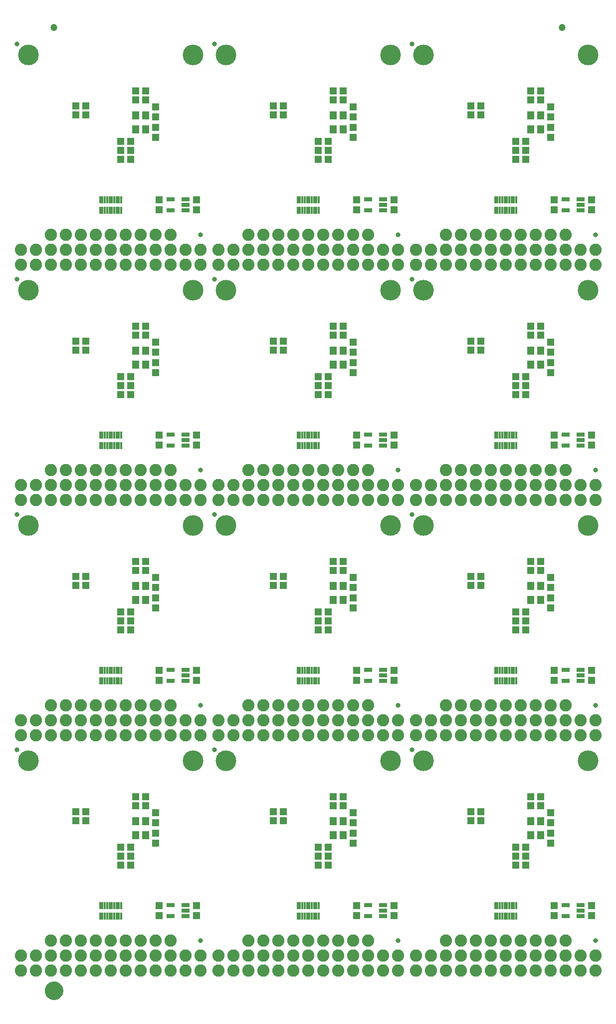
<source format=gbs>
G04 EAGLE Gerber RS-274X export*
G75*
%MOMM*%
%FSLAX34Y34*%
%LPD*%
%INSoldermask Bottom*%
%IPPOS*%
%AMOC8*
5,1,8,0,0,1.08239X$1,22.5*%
G01*
%ADD10R,1.303200X1.203200*%
%ADD11R,1.303200X1.403200*%
%ADD12R,1.203200X1.303200*%
%ADD13R,1.403200X0.753200*%
%ADD14R,0.403200X1.303200*%
%ADD15R,0.403200X1.203200*%
%ADD16C,2.082800*%
%ADD17C,3.505200*%
%ADD18C,0.838200*%
%ADD19C,1.203200*%
%ADD20C,1.270000*%
%ADD21C,1.703200*%


D10*
X122800Y266700D03*
X105800Y266700D03*
X122800Y281940D03*
X105800Y281940D03*
D11*
X207150Y242250D03*
X207150Y265750D03*
X224650Y265750D03*
X224650Y242250D03*
D12*
X241300Y228990D03*
X241300Y245990D03*
X241300Y263280D03*
X241300Y280280D03*
D10*
X207400Y292100D03*
X224400Y292100D03*
X207400Y307340D03*
X224400Y307340D03*
X199000Y222250D03*
X182000Y222250D03*
X199000Y207010D03*
X182000Y207010D03*
X182000Y191770D03*
X199000Y191770D03*
D13*
X292401Y123800D03*
X292401Y114300D03*
X292401Y104800D03*
X266399Y104800D03*
X266399Y123800D03*
D12*
X311150Y105800D03*
X311150Y122800D03*
X247650Y122800D03*
X247650Y105800D03*
D14*
X147100Y122800D03*
D15*
X151100Y123300D03*
X155100Y123300D03*
X159100Y123300D03*
X163100Y123300D03*
X167100Y123300D03*
X171100Y123300D03*
X175100Y123300D03*
X179100Y123300D03*
X183100Y123300D03*
X183100Y105300D03*
X179100Y105300D03*
X175100Y105300D03*
X171100Y105300D03*
X167100Y105300D03*
X163100Y105300D03*
X159100Y105300D03*
X155100Y105300D03*
X151100Y105300D03*
X147100Y105300D03*
D16*
X317500Y38100D03*
X292100Y38100D03*
X266700Y38100D03*
X241300Y38100D03*
X215900Y38100D03*
X190500Y38100D03*
X165100Y38100D03*
X139700Y38100D03*
X114300Y38100D03*
X88900Y38100D03*
X63500Y38100D03*
X38100Y38100D03*
X12700Y38100D03*
X12700Y12700D03*
X38100Y12700D03*
X63500Y12700D03*
X88900Y12700D03*
X114300Y12700D03*
X139700Y12700D03*
X165100Y12700D03*
X190500Y12700D03*
X215900Y12700D03*
X241300Y12700D03*
X266700Y12700D03*
X292100Y12700D03*
X317500Y12700D03*
D17*
X25400Y368300D03*
X304800Y368300D03*
D18*
X6350Y387350D03*
X317500Y63500D03*
D16*
X63500Y63500D03*
X88900Y63500D03*
X114300Y63500D03*
X139700Y63500D03*
X165100Y63500D03*
X190500Y63500D03*
X215900Y63500D03*
X241300Y63500D03*
X266700Y63500D03*
D10*
X458080Y266700D03*
X441080Y266700D03*
X458080Y281940D03*
X441080Y281940D03*
D11*
X542430Y242250D03*
X542430Y265750D03*
X559930Y265750D03*
X559930Y242250D03*
D12*
X576580Y228990D03*
X576580Y245990D03*
X576580Y263280D03*
X576580Y280280D03*
D10*
X542680Y292100D03*
X559680Y292100D03*
X542680Y307340D03*
X559680Y307340D03*
X534280Y222250D03*
X517280Y222250D03*
X534280Y207010D03*
X517280Y207010D03*
X517280Y191770D03*
X534280Y191770D03*
D13*
X627681Y123800D03*
X627681Y114300D03*
X627681Y104800D03*
X601679Y104800D03*
X601679Y123800D03*
D12*
X646430Y105800D03*
X646430Y122800D03*
X582930Y122800D03*
X582930Y105800D03*
D14*
X482380Y122800D03*
D15*
X486380Y123300D03*
X490380Y123300D03*
X494380Y123300D03*
X498380Y123300D03*
X502380Y123300D03*
X506380Y123300D03*
X510380Y123300D03*
X514380Y123300D03*
X518380Y123300D03*
X518380Y105300D03*
X514380Y105300D03*
X510380Y105300D03*
X506380Y105300D03*
X502380Y105300D03*
X498380Y105300D03*
X494380Y105300D03*
X490380Y105300D03*
X486380Y105300D03*
X482380Y105300D03*
D16*
X652780Y38100D03*
X627380Y38100D03*
X601980Y38100D03*
X576580Y38100D03*
X551180Y38100D03*
X525780Y38100D03*
X500380Y38100D03*
X474980Y38100D03*
X449580Y38100D03*
X424180Y38100D03*
X398780Y38100D03*
X373380Y38100D03*
X347980Y38100D03*
X347980Y12700D03*
X373380Y12700D03*
X398780Y12700D03*
X424180Y12700D03*
X449580Y12700D03*
X474980Y12700D03*
X500380Y12700D03*
X525780Y12700D03*
X551180Y12700D03*
X576580Y12700D03*
X601980Y12700D03*
X627380Y12700D03*
X652780Y12700D03*
D17*
X360680Y368300D03*
X640080Y368300D03*
D18*
X341630Y387350D03*
X652780Y63500D03*
D16*
X398780Y63500D03*
X424180Y63500D03*
X449580Y63500D03*
X474980Y63500D03*
X500380Y63500D03*
X525780Y63500D03*
X551180Y63500D03*
X576580Y63500D03*
X601980Y63500D03*
D10*
X793360Y266700D03*
X776360Y266700D03*
X793360Y281940D03*
X776360Y281940D03*
D11*
X877710Y242250D03*
X877710Y265750D03*
X895210Y265750D03*
X895210Y242250D03*
D12*
X911860Y228990D03*
X911860Y245990D03*
X911860Y263280D03*
X911860Y280280D03*
D10*
X877960Y292100D03*
X894960Y292100D03*
X877960Y307340D03*
X894960Y307340D03*
X869560Y222250D03*
X852560Y222250D03*
X869560Y207010D03*
X852560Y207010D03*
X852560Y191770D03*
X869560Y191770D03*
D13*
X962961Y123800D03*
X962961Y114300D03*
X962961Y104800D03*
X936959Y104800D03*
X936959Y123800D03*
D12*
X981710Y105800D03*
X981710Y122800D03*
X918210Y122800D03*
X918210Y105800D03*
D14*
X817660Y122800D03*
D15*
X821660Y123300D03*
X825660Y123300D03*
X829660Y123300D03*
X833660Y123300D03*
X837660Y123300D03*
X841660Y123300D03*
X845660Y123300D03*
X849660Y123300D03*
X853660Y123300D03*
X853660Y105300D03*
X849660Y105300D03*
X845660Y105300D03*
X841660Y105300D03*
X837660Y105300D03*
X833660Y105300D03*
X829660Y105300D03*
X825660Y105300D03*
X821660Y105300D03*
X817660Y105300D03*
D16*
X988060Y38100D03*
X962660Y38100D03*
X937260Y38100D03*
X911860Y38100D03*
X886460Y38100D03*
X861060Y38100D03*
X835660Y38100D03*
X810260Y38100D03*
X784860Y38100D03*
X759460Y38100D03*
X734060Y38100D03*
X708660Y38100D03*
X683260Y38100D03*
X683260Y12700D03*
X708660Y12700D03*
X734060Y12700D03*
X759460Y12700D03*
X784860Y12700D03*
X810260Y12700D03*
X835660Y12700D03*
X861060Y12700D03*
X886460Y12700D03*
X911860Y12700D03*
X937260Y12700D03*
X962660Y12700D03*
X988060Y12700D03*
D17*
X695960Y368300D03*
X975360Y368300D03*
D18*
X676910Y387350D03*
X988060Y63500D03*
D16*
X734060Y63500D03*
X759460Y63500D03*
X784860Y63500D03*
X810260Y63500D03*
X835660Y63500D03*
X861060Y63500D03*
X886460Y63500D03*
X911860Y63500D03*
X937260Y63500D03*
D10*
X122800Y665480D03*
X105800Y665480D03*
X122800Y680720D03*
X105800Y680720D03*
D11*
X207150Y641030D03*
X207150Y664530D03*
X224650Y664530D03*
X224650Y641030D03*
D12*
X241300Y627770D03*
X241300Y644770D03*
X241300Y662060D03*
X241300Y679060D03*
D10*
X207400Y690880D03*
X224400Y690880D03*
X207400Y706120D03*
X224400Y706120D03*
X199000Y621030D03*
X182000Y621030D03*
X199000Y605790D03*
X182000Y605790D03*
X182000Y590550D03*
X199000Y590550D03*
D13*
X292401Y522580D03*
X292401Y513080D03*
X292401Y503580D03*
X266399Y503580D03*
X266399Y522580D03*
D12*
X311150Y504580D03*
X311150Y521580D03*
X247650Y521580D03*
X247650Y504580D03*
D14*
X147100Y521580D03*
D15*
X151100Y522080D03*
X155100Y522080D03*
X159100Y522080D03*
X163100Y522080D03*
X167100Y522080D03*
X171100Y522080D03*
X175100Y522080D03*
X179100Y522080D03*
X183100Y522080D03*
X183100Y504080D03*
X179100Y504080D03*
X175100Y504080D03*
X171100Y504080D03*
X167100Y504080D03*
X163100Y504080D03*
X159100Y504080D03*
X155100Y504080D03*
X151100Y504080D03*
X147100Y504080D03*
D16*
X317500Y436880D03*
X292100Y436880D03*
X266700Y436880D03*
X241300Y436880D03*
X215900Y436880D03*
X190500Y436880D03*
X165100Y436880D03*
X139700Y436880D03*
X114300Y436880D03*
X88900Y436880D03*
X63500Y436880D03*
X38100Y436880D03*
X12700Y436880D03*
X12700Y411480D03*
X38100Y411480D03*
X63500Y411480D03*
X88900Y411480D03*
X114300Y411480D03*
X139700Y411480D03*
X165100Y411480D03*
X190500Y411480D03*
X215900Y411480D03*
X241300Y411480D03*
X266700Y411480D03*
X292100Y411480D03*
X317500Y411480D03*
D17*
X25400Y767080D03*
X304800Y767080D03*
D18*
X6350Y786130D03*
X317500Y462280D03*
D16*
X63500Y462280D03*
X88900Y462280D03*
X114300Y462280D03*
X139700Y462280D03*
X165100Y462280D03*
X190500Y462280D03*
X215900Y462280D03*
X241300Y462280D03*
X266700Y462280D03*
D10*
X458080Y665480D03*
X441080Y665480D03*
X458080Y680720D03*
X441080Y680720D03*
D11*
X542430Y641030D03*
X542430Y664530D03*
X559930Y664530D03*
X559930Y641030D03*
D12*
X576580Y627770D03*
X576580Y644770D03*
X576580Y662060D03*
X576580Y679060D03*
D10*
X542680Y690880D03*
X559680Y690880D03*
X542680Y706120D03*
X559680Y706120D03*
X534280Y621030D03*
X517280Y621030D03*
X534280Y605790D03*
X517280Y605790D03*
X517280Y590550D03*
X534280Y590550D03*
D13*
X627681Y522580D03*
X627681Y513080D03*
X627681Y503580D03*
X601679Y503580D03*
X601679Y522580D03*
D12*
X646430Y504580D03*
X646430Y521580D03*
X582930Y521580D03*
X582930Y504580D03*
D14*
X482380Y521580D03*
D15*
X486380Y522080D03*
X490380Y522080D03*
X494380Y522080D03*
X498380Y522080D03*
X502380Y522080D03*
X506380Y522080D03*
X510380Y522080D03*
X514380Y522080D03*
X518380Y522080D03*
X518380Y504080D03*
X514380Y504080D03*
X510380Y504080D03*
X506380Y504080D03*
X502380Y504080D03*
X498380Y504080D03*
X494380Y504080D03*
X490380Y504080D03*
X486380Y504080D03*
X482380Y504080D03*
D16*
X652780Y436880D03*
X627380Y436880D03*
X601980Y436880D03*
X576580Y436880D03*
X551180Y436880D03*
X525780Y436880D03*
X500380Y436880D03*
X474980Y436880D03*
X449580Y436880D03*
X424180Y436880D03*
X398780Y436880D03*
X373380Y436880D03*
X347980Y436880D03*
X347980Y411480D03*
X373380Y411480D03*
X398780Y411480D03*
X424180Y411480D03*
X449580Y411480D03*
X474980Y411480D03*
X500380Y411480D03*
X525780Y411480D03*
X551180Y411480D03*
X576580Y411480D03*
X601980Y411480D03*
X627380Y411480D03*
X652780Y411480D03*
D17*
X360680Y767080D03*
X640080Y767080D03*
D18*
X341630Y786130D03*
X652780Y462280D03*
D16*
X398780Y462280D03*
X424180Y462280D03*
X449580Y462280D03*
X474980Y462280D03*
X500380Y462280D03*
X525780Y462280D03*
X551180Y462280D03*
X576580Y462280D03*
X601980Y462280D03*
D10*
X793360Y665480D03*
X776360Y665480D03*
X793360Y680720D03*
X776360Y680720D03*
D11*
X877710Y641030D03*
X877710Y664530D03*
X895210Y664530D03*
X895210Y641030D03*
D12*
X911860Y627770D03*
X911860Y644770D03*
X911860Y662060D03*
X911860Y679060D03*
D10*
X877960Y690880D03*
X894960Y690880D03*
X877960Y706120D03*
X894960Y706120D03*
X869560Y621030D03*
X852560Y621030D03*
X869560Y605790D03*
X852560Y605790D03*
X852560Y590550D03*
X869560Y590550D03*
D13*
X962961Y522580D03*
X962961Y513080D03*
X962961Y503580D03*
X936959Y503580D03*
X936959Y522580D03*
D12*
X981710Y504580D03*
X981710Y521580D03*
X918210Y521580D03*
X918210Y504580D03*
D14*
X817660Y521580D03*
D15*
X821660Y522080D03*
X825660Y522080D03*
X829660Y522080D03*
X833660Y522080D03*
X837660Y522080D03*
X841660Y522080D03*
X845660Y522080D03*
X849660Y522080D03*
X853660Y522080D03*
X853660Y504080D03*
X849660Y504080D03*
X845660Y504080D03*
X841660Y504080D03*
X837660Y504080D03*
X833660Y504080D03*
X829660Y504080D03*
X825660Y504080D03*
X821660Y504080D03*
X817660Y504080D03*
D16*
X988060Y436880D03*
X962660Y436880D03*
X937260Y436880D03*
X911860Y436880D03*
X886460Y436880D03*
X861060Y436880D03*
X835660Y436880D03*
X810260Y436880D03*
X784860Y436880D03*
X759460Y436880D03*
X734060Y436880D03*
X708660Y436880D03*
X683260Y436880D03*
X683260Y411480D03*
X708660Y411480D03*
X734060Y411480D03*
X759460Y411480D03*
X784860Y411480D03*
X810260Y411480D03*
X835660Y411480D03*
X861060Y411480D03*
X886460Y411480D03*
X911860Y411480D03*
X937260Y411480D03*
X962660Y411480D03*
X988060Y411480D03*
D17*
X695960Y767080D03*
X975360Y767080D03*
D18*
X676910Y786130D03*
X988060Y462280D03*
D16*
X734060Y462280D03*
X759460Y462280D03*
X784860Y462280D03*
X810260Y462280D03*
X835660Y462280D03*
X861060Y462280D03*
X886460Y462280D03*
X911860Y462280D03*
X937260Y462280D03*
D10*
X122800Y1064260D03*
X105800Y1064260D03*
X122800Y1079500D03*
X105800Y1079500D03*
D11*
X207150Y1039810D03*
X207150Y1063310D03*
X224650Y1063310D03*
X224650Y1039810D03*
D12*
X241300Y1026550D03*
X241300Y1043550D03*
X241300Y1060840D03*
X241300Y1077840D03*
D10*
X207400Y1089660D03*
X224400Y1089660D03*
X207400Y1104900D03*
X224400Y1104900D03*
X199000Y1019810D03*
X182000Y1019810D03*
X199000Y1004570D03*
X182000Y1004570D03*
X182000Y989330D03*
X199000Y989330D03*
D13*
X292401Y921360D03*
X292401Y911860D03*
X292401Y902360D03*
X266399Y902360D03*
X266399Y921360D03*
D12*
X311150Y903360D03*
X311150Y920360D03*
X247650Y920360D03*
X247650Y903360D03*
D14*
X147100Y920360D03*
D15*
X151100Y920860D03*
X155100Y920860D03*
X159100Y920860D03*
X163100Y920860D03*
X167100Y920860D03*
X171100Y920860D03*
X175100Y920860D03*
X179100Y920860D03*
X183100Y920860D03*
X183100Y902860D03*
X179100Y902860D03*
X175100Y902860D03*
X171100Y902860D03*
X167100Y902860D03*
X163100Y902860D03*
X159100Y902860D03*
X155100Y902860D03*
X151100Y902860D03*
X147100Y902860D03*
D16*
X317500Y835660D03*
X292100Y835660D03*
X266700Y835660D03*
X241300Y835660D03*
X215900Y835660D03*
X190500Y835660D03*
X165100Y835660D03*
X139700Y835660D03*
X114300Y835660D03*
X88900Y835660D03*
X63500Y835660D03*
X38100Y835660D03*
X12700Y835660D03*
X12700Y810260D03*
X38100Y810260D03*
X63500Y810260D03*
X88900Y810260D03*
X114300Y810260D03*
X139700Y810260D03*
X165100Y810260D03*
X190500Y810260D03*
X215900Y810260D03*
X241300Y810260D03*
X266700Y810260D03*
X292100Y810260D03*
X317500Y810260D03*
D17*
X25400Y1165860D03*
X304800Y1165860D03*
D18*
X6350Y1184910D03*
X317500Y861060D03*
D16*
X63500Y861060D03*
X88900Y861060D03*
X114300Y861060D03*
X139700Y861060D03*
X165100Y861060D03*
X190500Y861060D03*
X215900Y861060D03*
X241300Y861060D03*
X266700Y861060D03*
D10*
X458080Y1064260D03*
X441080Y1064260D03*
X458080Y1079500D03*
X441080Y1079500D03*
D11*
X542430Y1039810D03*
X542430Y1063310D03*
X559930Y1063310D03*
X559930Y1039810D03*
D12*
X576580Y1026550D03*
X576580Y1043550D03*
X576580Y1060840D03*
X576580Y1077840D03*
D10*
X542680Y1089660D03*
X559680Y1089660D03*
X542680Y1104900D03*
X559680Y1104900D03*
X534280Y1019810D03*
X517280Y1019810D03*
X534280Y1004570D03*
X517280Y1004570D03*
X517280Y989330D03*
X534280Y989330D03*
D13*
X627681Y921360D03*
X627681Y911860D03*
X627681Y902360D03*
X601679Y902360D03*
X601679Y921360D03*
D12*
X646430Y903360D03*
X646430Y920360D03*
X582930Y920360D03*
X582930Y903360D03*
D14*
X482380Y920360D03*
D15*
X486380Y920860D03*
X490380Y920860D03*
X494380Y920860D03*
X498380Y920860D03*
X502380Y920860D03*
X506380Y920860D03*
X510380Y920860D03*
X514380Y920860D03*
X518380Y920860D03*
X518380Y902860D03*
X514380Y902860D03*
X510380Y902860D03*
X506380Y902860D03*
X502380Y902860D03*
X498380Y902860D03*
X494380Y902860D03*
X490380Y902860D03*
X486380Y902860D03*
X482380Y902860D03*
D16*
X652780Y835660D03*
X627380Y835660D03*
X601980Y835660D03*
X576580Y835660D03*
X551180Y835660D03*
X525780Y835660D03*
X500380Y835660D03*
X474980Y835660D03*
X449580Y835660D03*
X424180Y835660D03*
X398780Y835660D03*
X373380Y835660D03*
X347980Y835660D03*
X347980Y810260D03*
X373380Y810260D03*
X398780Y810260D03*
X424180Y810260D03*
X449580Y810260D03*
X474980Y810260D03*
X500380Y810260D03*
X525780Y810260D03*
X551180Y810260D03*
X576580Y810260D03*
X601980Y810260D03*
X627380Y810260D03*
X652780Y810260D03*
D17*
X360680Y1165860D03*
X640080Y1165860D03*
D18*
X341630Y1184910D03*
X652780Y861060D03*
D16*
X398780Y861060D03*
X424180Y861060D03*
X449580Y861060D03*
X474980Y861060D03*
X500380Y861060D03*
X525780Y861060D03*
X551180Y861060D03*
X576580Y861060D03*
X601980Y861060D03*
D10*
X793360Y1064260D03*
X776360Y1064260D03*
X793360Y1079500D03*
X776360Y1079500D03*
D11*
X877710Y1039810D03*
X877710Y1063310D03*
X895210Y1063310D03*
X895210Y1039810D03*
D12*
X911860Y1026550D03*
X911860Y1043550D03*
X911860Y1060840D03*
X911860Y1077840D03*
D10*
X877960Y1089660D03*
X894960Y1089660D03*
X877960Y1104900D03*
X894960Y1104900D03*
X869560Y1019810D03*
X852560Y1019810D03*
X869560Y1004570D03*
X852560Y1004570D03*
X852560Y989330D03*
X869560Y989330D03*
D13*
X962961Y921360D03*
X962961Y911860D03*
X962961Y902360D03*
X936959Y902360D03*
X936959Y921360D03*
D12*
X981710Y903360D03*
X981710Y920360D03*
X918210Y920360D03*
X918210Y903360D03*
D14*
X817660Y920360D03*
D15*
X821660Y920860D03*
X825660Y920860D03*
X829660Y920860D03*
X833660Y920860D03*
X837660Y920860D03*
X841660Y920860D03*
X845660Y920860D03*
X849660Y920860D03*
X853660Y920860D03*
X853660Y902860D03*
X849660Y902860D03*
X845660Y902860D03*
X841660Y902860D03*
X837660Y902860D03*
X833660Y902860D03*
X829660Y902860D03*
X825660Y902860D03*
X821660Y902860D03*
X817660Y902860D03*
D16*
X988060Y835660D03*
X962660Y835660D03*
X937260Y835660D03*
X911860Y835660D03*
X886460Y835660D03*
X861060Y835660D03*
X835660Y835660D03*
X810260Y835660D03*
X784860Y835660D03*
X759460Y835660D03*
X734060Y835660D03*
X708660Y835660D03*
X683260Y835660D03*
X683260Y810260D03*
X708660Y810260D03*
X734060Y810260D03*
X759460Y810260D03*
X784860Y810260D03*
X810260Y810260D03*
X835660Y810260D03*
X861060Y810260D03*
X886460Y810260D03*
X911860Y810260D03*
X937260Y810260D03*
X962660Y810260D03*
X988060Y810260D03*
D17*
X695960Y1165860D03*
X975360Y1165860D03*
D18*
X676910Y1184910D03*
X988060Y861060D03*
D16*
X734060Y861060D03*
X759460Y861060D03*
X784860Y861060D03*
X810260Y861060D03*
X835660Y861060D03*
X861060Y861060D03*
X886460Y861060D03*
X911860Y861060D03*
X937260Y861060D03*
D10*
X122800Y1463040D03*
X105800Y1463040D03*
X122800Y1478280D03*
X105800Y1478280D03*
D11*
X207150Y1438590D03*
X207150Y1462090D03*
X224650Y1462090D03*
X224650Y1438590D03*
D12*
X241300Y1425330D03*
X241300Y1442330D03*
X241300Y1459620D03*
X241300Y1476620D03*
D10*
X207400Y1488440D03*
X224400Y1488440D03*
X207400Y1503680D03*
X224400Y1503680D03*
X199000Y1418590D03*
X182000Y1418590D03*
X199000Y1403350D03*
X182000Y1403350D03*
X182000Y1388110D03*
X199000Y1388110D03*
D13*
X292401Y1320140D03*
X292401Y1310640D03*
X292401Y1301140D03*
X266399Y1301140D03*
X266399Y1320140D03*
D12*
X311150Y1302140D03*
X311150Y1319140D03*
X247650Y1319140D03*
X247650Y1302140D03*
D14*
X147100Y1319140D03*
D15*
X151100Y1319640D03*
X155100Y1319640D03*
X159100Y1319640D03*
X163100Y1319640D03*
X167100Y1319640D03*
X171100Y1319640D03*
X175100Y1319640D03*
X179100Y1319640D03*
X183100Y1319640D03*
X183100Y1301640D03*
X179100Y1301640D03*
X175100Y1301640D03*
X171100Y1301640D03*
X167100Y1301640D03*
X163100Y1301640D03*
X159100Y1301640D03*
X155100Y1301640D03*
X151100Y1301640D03*
X147100Y1301640D03*
D16*
X317500Y1234440D03*
X292100Y1234440D03*
X266700Y1234440D03*
X241300Y1234440D03*
X215900Y1234440D03*
X190500Y1234440D03*
X165100Y1234440D03*
X139700Y1234440D03*
X114300Y1234440D03*
X88900Y1234440D03*
X63500Y1234440D03*
X38100Y1234440D03*
X12700Y1234440D03*
X12700Y1209040D03*
X38100Y1209040D03*
X63500Y1209040D03*
X88900Y1209040D03*
X114300Y1209040D03*
X139700Y1209040D03*
X165100Y1209040D03*
X190500Y1209040D03*
X215900Y1209040D03*
X241300Y1209040D03*
X266700Y1209040D03*
X292100Y1209040D03*
X317500Y1209040D03*
D17*
X25400Y1564640D03*
X304800Y1564640D03*
D18*
X6350Y1583690D03*
X317500Y1259840D03*
D16*
X63500Y1259840D03*
X88900Y1259840D03*
X114300Y1259840D03*
X139700Y1259840D03*
X165100Y1259840D03*
X190500Y1259840D03*
X215900Y1259840D03*
X241300Y1259840D03*
X266700Y1259840D03*
D10*
X458080Y1463040D03*
X441080Y1463040D03*
X458080Y1478280D03*
X441080Y1478280D03*
D11*
X542430Y1438590D03*
X542430Y1462090D03*
X559930Y1462090D03*
X559930Y1438590D03*
D12*
X576580Y1425330D03*
X576580Y1442330D03*
X576580Y1459620D03*
X576580Y1476620D03*
D10*
X542680Y1488440D03*
X559680Y1488440D03*
X542680Y1503680D03*
X559680Y1503680D03*
X534280Y1418590D03*
X517280Y1418590D03*
X534280Y1403350D03*
X517280Y1403350D03*
X517280Y1388110D03*
X534280Y1388110D03*
D13*
X627681Y1320140D03*
X627681Y1310640D03*
X627681Y1301140D03*
X601679Y1301140D03*
X601679Y1320140D03*
D12*
X646430Y1302140D03*
X646430Y1319140D03*
X582930Y1319140D03*
X582930Y1302140D03*
D14*
X482380Y1319140D03*
D15*
X486380Y1319640D03*
X490380Y1319640D03*
X494380Y1319640D03*
X498380Y1319640D03*
X502380Y1319640D03*
X506380Y1319640D03*
X510380Y1319640D03*
X514380Y1319640D03*
X518380Y1319640D03*
X518380Y1301640D03*
X514380Y1301640D03*
X510380Y1301640D03*
X506380Y1301640D03*
X502380Y1301640D03*
X498380Y1301640D03*
X494380Y1301640D03*
X490380Y1301640D03*
X486380Y1301640D03*
X482380Y1301640D03*
D16*
X652780Y1234440D03*
X627380Y1234440D03*
X601980Y1234440D03*
X576580Y1234440D03*
X551180Y1234440D03*
X525780Y1234440D03*
X500380Y1234440D03*
X474980Y1234440D03*
X449580Y1234440D03*
X424180Y1234440D03*
X398780Y1234440D03*
X373380Y1234440D03*
X347980Y1234440D03*
X347980Y1209040D03*
X373380Y1209040D03*
X398780Y1209040D03*
X424180Y1209040D03*
X449580Y1209040D03*
X474980Y1209040D03*
X500380Y1209040D03*
X525780Y1209040D03*
X551180Y1209040D03*
X576580Y1209040D03*
X601980Y1209040D03*
X627380Y1209040D03*
X652780Y1209040D03*
D17*
X360680Y1564640D03*
X640080Y1564640D03*
D18*
X341630Y1583690D03*
X652780Y1259840D03*
D16*
X398780Y1259840D03*
X424180Y1259840D03*
X449580Y1259840D03*
X474980Y1259840D03*
X500380Y1259840D03*
X525780Y1259840D03*
X551180Y1259840D03*
X576580Y1259840D03*
X601980Y1259840D03*
D10*
X793360Y1463040D03*
X776360Y1463040D03*
X793360Y1478280D03*
X776360Y1478280D03*
D11*
X877710Y1438590D03*
X877710Y1462090D03*
X895210Y1462090D03*
X895210Y1438590D03*
D12*
X911860Y1425330D03*
X911860Y1442330D03*
X911860Y1459620D03*
X911860Y1476620D03*
D10*
X877960Y1488440D03*
X894960Y1488440D03*
X877960Y1503680D03*
X894960Y1503680D03*
X869560Y1418590D03*
X852560Y1418590D03*
X869560Y1403350D03*
X852560Y1403350D03*
X852560Y1388110D03*
X869560Y1388110D03*
D13*
X962961Y1320140D03*
X962961Y1310640D03*
X962961Y1301140D03*
X936959Y1301140D03*
X936959Y1320140D03*
D12*
X981710Y1302140D03*
X981710Y1319140D03*
X918210Y1319140D03*
X918210Y1302140D03*
D14*
X817660Y1319140D03*
D15*
X821660Y1319640D03*
X825660Y1319640D03*
X829660Y1319640D03*
X833660Y1319640D03*
X837660Y1319640D03*
X841660Y1319640D03*
X845660Y1319640D03*
X849660Y1319640D03*
X853660Y1319640D03*
X853660Y1301640D03*
X849660Y1301640D03*
X845660Y1301640D03*
X841660Y1301640D03*
X837660Y1301640D03*
X833660Y1301640D03*
X829660Y1301640D03*
X825660Y1301640D03*
X821660Y1301640D03*
X817660Y1301640D03*
D16*
X988060Y1234440D03*
X962660Y1234440D03*
X937260Y1234440D03*
X911860Y1234440D03*
X886460Y1234440D03*
X861060Y1234440D03*
X835660Y1234440D03*
X810260Y1234440D03*
X784860Y1234440D03*
X759460Y1234440D03*
X734060Y1234440D03*
X708660Y1234440D03*
X683260Y1234440D03*
X683260Y1209040D03*
X708660Y1209040D03*
X734060Y1209040D03*
X759460Y1209040D03*
X784860Y1209040D03*
X810260Y1209040D03*
X835660Y1209040D03*
X861060Y1209040D03*
X886460Y1209040D03*
X911860Y1209040D03*
X937260Y1209040D03*
X962660Y1209040D03*
X988060Y1209040D03*
D17*
X695960Y1564640D03*
X975360Y1564640D03*
D18*
X676910Y1583690D03*
X988060Y1259840D03*
D16*
X734060Y1259840D03*
X759460Y1259840D03*
X784860Y1259840D03*
X810260Y1259840D03*
X835660Y1259840D03*
X861060Y1259840D03*
X886460Y1259840D03*
X911860Y1259840D03*
X937260Y1259840D03*
D19*
X68580Y1610995D03*
X931545Y1610995D03*
D20*
X59525Y-20955D02*
X59528Y-20733D01*
X59536Y-20511D01*
X59550Y-20289D01*
X59569Y-20067D01*
X59593Y-19847D01*
X59623Y-19626D01*
X59658Y-19407D01*
X59699Y-19188D01*
X59745Y-18971D01*
X59796Y-18755D01*
X59853Y-18540D01*
X59915Y-18326D01*
X59982Y-18115D01*
X60054Y-17904D01*
X60132Y-17696D01*
X60214Y-17490D01*
X60302Y-17286D01*
X60394Y-17083D01*
X60492Y-16884D01*
X60594Y-16687D01*
X60701Y-16492D01*
X60813Y-16300D01*
X60930Y-16111D01*
X61051Y-15924D01*
X61177Y-15741D01*
X61307Y-15561D01*
X61442Y-15384D01*
X61580Y-15211D01*
X61723Y-15041D01*
X61871Y-14874D01*
X62022Y-14711D01*
X62177Y-14552D01*
X62336Y-14397D01*
X62499Y-14246D01*
X62666Y-14098D01*
X62836Y-13955D01*
X63009Y-13817D01*
X63186Y-13682D01*
X63366Y-13552D01*
X63549Y-13426D01*
X63736Y-13305D01*
X63925Y-13188D01*
X64117Y-13076D01*
X64312Y-12969D01*
X64509Y-12867D01*
X64708Y-12769D01*
X64911Y-12677D01*
X65115Y-12589D01*
X65321Y-12507D01*
X65529Y-12429D01*
X65740Y-12357D01*
X65951Y-12290D01*
X66165Y-12228D01*
X66380Y-12171D01*
X66596Y-12120D01*
X66813Y-12074D01*
X67032Y-12033D01*
X67251Y-11998D01*
X67472Y-11968D01*
X67692Y-11944D01*
X67914Y-11925D01*
X68136Y-11911D01*
X68358Y-11903D01*
X68580Y-11900D01*
X68802Y-11903D01*
X69024Y-11911D01*
X69246Y-11925D01*
X69468Y-11944D01*
X69688Y-11968D01*
X69909Y-11998D01*
X70128Y-12033D01*
X70347Y-12074D01*
X70564Y-12120D01*
X70780Y-12171D01*
X70995Y-12228D01*
X71209Y-12290D01*
X71420Y-12357D01*
X71631Y-12429D01*
X71839Y-12507D01*
X72045Y-12589D01*
X72249Y-12677D01*
X72452Y-12769D01*
X72651Y-12867D01*
X72848Y-12969D01*
X73043Y-13076D01*
X73235Y-13188D01*
X73424Y-13305D01*
X73611Y-13426D01*
X73794Y-13552D01*
X73974Y-13682D01*
X74151Y-13817D01*
X74324Y-13955D01*
X74494Y-14098D01*
X74661Y-14246D01*
X74824Y-14397D01*
X74983Y-14552D01*
X75138Y-14711D01*
X75289Y-14874D01*
X75437Y-15041D01*
X75580Y-15211D01*
X75718Y-15384D01*
X75853Y-15561D01*
X75983Y-15741D01*
X76109Y-15924D01*
X76230Y-16111D01*
X76347Y-16300D01*
X76459Y-16492D01*
X76566Y-16687D01*
X76668Y-16884D01*
X76766Y-17083D01*
X76858Y-17286D01*
X76946Y-17490D01*
X77028Y-17696D01*
X77106Y-17904D01*
X77178Y-18115D01*
X77245Y-18326D01*
X77307Y-18540D01*
X77364Y-18755D01*
X77415Y-18971D01*
X77461Y-19188D01*
X77502Y-19407D01*
X77537Y-19626D01*
X77567Y-19847D01*
X77591Y-20067D01*
X77610Y-20289D01*
X77624Y-20511D01*
X77632Y-20733D01*
X77635Y-20955D01*
X77632Y-21177D01*
X77624Y-21399D01*
X77610Y-21621D01*
X77591Y-21843D01*
X77567Y-22063D01*
X77537Y-22284D01*
X77502Y-22503D01*
X77461Y-22722D01*
X77415Y-22939D01*
X77364Y-23155D01*
X77307Y-23370D01*
X77245Y-23584D01*
X77178Y-23795D01*
X77106Y-24006D01*
X77028Y-24214D01*
X76946Y-24420D01*
X76858Y-24624D01*
X76766Y-24827D01*
X76668Y-25026D01*
X76566Y-25223D01*
X76459Y-25418D01*
X76347Y-25610D01*
X76230Y-25799D01*
X76109Y-25986D01*
X75983Y-26169D01*
X75853Y-26349D01*
X75718Y-26526D01*
X75580Y-26699D01*
X75437Y-26869D01*
X75289Y-27036D01*
X75138Y-27199D01*
X74983Y-27358D01*
X74824Y-27513D01*
X74661Y-27664D01*
X74494Y-27812D01*
X74324Y-27955D01*
X74151Y-28093D01*
X73974Y-28228D01*
X73794Y-28358D01*
X73611Y-28484D01*
X73424Y-28605D01*
X73235Y-28722D01*
X73043Y-28834D01*
X72848Y-28941D01*
X72651Y-29043D01*
X72452Y-29141D01*
X72249Y-29233D01*
X72045Y-29321D01*
X71839Y-29403D01*
X71631Y-29481D01*
X71420Y-29553D01*
X71209Y-29620D01*
X70995Y-29682D01*
X70780Y-29739D01*
X70564Y-29790D01*
X70347Y-29836D01*
X70128Y-29877D01*
X69909Y-29912D01*
X69688Y-29942D01*
X69468Y-29966D01*
X69246Y-29985D01*
X69024Y-29999D01*
X68802Y-30007D01*
X68580Y-30010D01*
X68358Y-30007D01*
X68136Y-29999D01*
X67914Y-29985D01*
X67692Y-29966D01*
X67472Y-29942D01*
X67251Y-29912D01*
X67032Y-29877D01*
X66813Y-29836D01*
X66596Y-29790D01*
X66380Y-29739D01*
X66165Y-29682D01*
X65951Y-29620D01*
X65740Y-29553D01*
X65529Y-29481D01*
X65321Y-29403D01*
X65115Y-29321D01*
X64911Y-29233D01*
X64708Y-29141D01*
X64509Y-29043D01*
X64312Y-28941D01*
X64117Y-28834D01*
X63925Y-28722D01*
X63736Y-28605D01*
X63549Y-28484D01*
X63366Y-28358D01*
X63186Y-28228D01*
X63009Y-28093D01*
X62836Y-27955D01*
X62666Y-27812D01*
X62499Y-27664D01*
X62336Y-27513D01*
X62177Y-27358D01*
X62022Y-27199D01*
X61871Y-27036D01*
X61723Y-26869D01*
X61580Y-26699D01*
X61442Y-26526D01*
X61307Y-26349D01*
X61177Y-26169D01*
X61051Y-25986D01*
X60930Y-25799D01*
X60813Y-25610D01*
X60701Y-25418D01*
X60594Y-25223D01*
X60492Y-25026D01*
X60394Y-24827D01*
X60302Y-24624D01*
X60214Y-24420D01*
X60132Y-24214D01*
X60054Y-24006D01*
X59982Y-23795D01*
X59915Y-23584D01*
X59853Y-23370D01*
X59796Y-23155D01*
X59745Y-22939D01*
X59699Y-22722D01*
X59658Y-22503D01*
X59623Y-22284D01*
X59593Y-22063D01*
X59569Y-21843D01*
X59550Y-21621D01*
X59536Y-21399D01*
X59528Y-21177D01*
X59525Y-20955D01*
D21*
X68580Y-20955D03*
M02*

</source>
